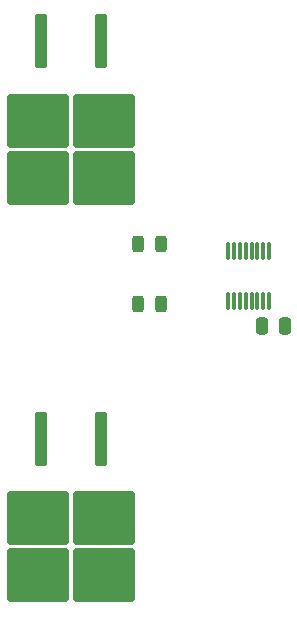
<source format=gbr>
%TF.GenerationSoftware,KiCad,Pcbnew,8.0.0*%
%TF.CreationDate,2024-03-01T13:16:54-07:00*%
%TF.ProjectId,2023IdealDiode,32303233-4964-4656-916c-44696f64652e,rev?*%
%TF.SameCoordinates,Original*%
%TF.FileFunction,Paste,Top*%
%TF.FilePolarity,Positive*%
%FSLAX46Y46*%
G04 Gerber Fmt 4.6, Leading zero omitted, Abs format (unit mm)*
G04 Created by KiCad (PCBNEW 8.0.0) date 2024-03-01 13:16:54*
%MOMM*%
%LPD*%
G01*
G04 APERTURE LIST*
G04 Aperture macros list*
%AMRoundRect*
0 Rectangle with rounded corners*
0 $1 Rounding radius*
0 $2 $3 $4 $5 $6 $7 $8 $9 X,Y pos of 4 corners*
0 Add a 4 corners polygon primitive as box body*
4,1,4,$2,$3,$4,$5,$6,$7,$8,$9,$2,$3,0*
0 Add four circle primitives for the rounded corners*
1,1,$1+$1,$2,$3*
1,1,$1+$1,$4,$5*
1,1,$1+$1,$6,$7*
1,1,$1+$1,$8,$9*
0 Add four rect primitives between the rounded corners*
20,1,$1+$1,$2,$3,$4,$5,0*
20,1,$1+$1,$4,$5,$6,$7,0*
20,1,$1+$1,$6,$7,$8,$9,0*
20,1,$1+$1,$8,$9,$2,$3,0*%
G04 Aperture macros list end*
%ADD10RoundRect,0.075000X-0.075000X0.650000X-0.075000X-0.650000X0.075000X-0.650000X0.075000X0.650000X0*%
%ADD11RoundRect,0.250000X-0.250000X-0.475000X0.250000X-0.475000X0.250000X0.475000X-0.250000X0.475000X0*%
%ADD12RoundRect,0.250000X-0.300000X2.050000X-0.300000X-2.050000X0.300000X-2.050000X0.300000X2.050000X0*%
%ADD13RoundRect,0.250000X-2.375000X2.025000X-2.375000X-2.025000X2.375000X-2.025000X2.375000X2.025000X0*%
%ADD14RoundRect,0.243750X0.243750X0.456250X-0.243750X0.456250X-0.243750X-0.456250X0.243750X-0.456250X0*%
G04 APERTURE END LIST*
D10*
%TO.C,IC1*%
X338745000Y-247595000D03*
X338245000Y-247595000D03*
X337745000Y-247595000D03*
X337245000Y-247595000D03*
X336745000Y-247595000D03*
X336245000Y-247595000D03*
X335745000Y-247595000D03*
X335245000Y-247595000D03*
X335245000Y-251895000D03*
X335745000Y-251895000D03*
X336245000Y-251895000D03*
X336745000Y-251895000D03*
X337245000Y-251895000D03*
X337745000Y-251895000D03*
X338245000Y-251895000D03*
X338745000Y-251895000D03*
%TD*%
D11*
%TO.C,C1*%
X338140000Y-254000000D03*
X340040000Y-254000000D03*
%TD*%
D12*
%TO.C,Q1*%
X324485000Y-229870000D03*
D13*
X324720000Y-236595000D03*
X319170000Y-236595000D03*
X324720000Y-241445000D03*
X319170000Y-241445000D03*
D12*
X319405000Y-229870000D03*
%TD*%
D14*
%TO.C,D1*%
X329535000Y-247015000D03*
X327660000Y-247015000D03*
%TD*%
D12*
%TO.C,Q2*%
X324485000Y-263525000D03*
D13*
X324720000Y-270250000D03*
X319170000Y-270250000D03*
X324720000Y-275100000D03*
X319170000Y-275100000D03*
D12*
X319405000Y-263525000D03*
%TD*%
D14*
%TO.C,D2*%
X329535000Y-252095000D03*
X327660000Y-252095000D03*
%TD*%
M02*

</source>
